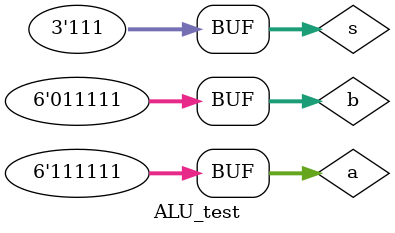
<source format=v>
`timescale 1ns / 1ps


module ALU_test();
    reg [5:0] a,b;
    reg [2:0] s;
    wire [5:0] y;
    wire f;
    ALU LUT (
        .a(a),
        .b(b),
        .s(s),
        .y(y),
        .f(f)
    );
    initial
    begin
        /*0¿ÕÔËËã*/
            s=3'b0000;a=6'b000000; b=6'b000001;#50;
            s=3'b0000;a=6'b000001; b=6'b000001;#50;
        /*1ËãÊõ¼ÓÔËËã*/
            s=3'b0001;a=6'b011111; b=6'b011111;#50;
            s=3'b0001;a=6'b111111; b=6'b111111;#50;
        /*2ËãÊõ¼õÔËËã*/
            s=3'b0010;a=6'b011111; b=6'b011110;#50;
            s=3'b0010;a=6'b011111; b=6'b111111;#50;
        /*3°´Î»Óë*/
            s=3'b0011;a=6'b000000; b=6'b000001;#50;
            s=3'b0011;a=6'b000001; b=6'b000001;#50;
        /*4°´Î»»ò*/
            s=3'b0100;a=6'b000000; b=6'b000001;#50;
            s=3'b0100;a=6'b000000; b=6'b000000;#50;
        /*5°´Î»Òì»ò*/
            s=3'b0101;a=6'b000000; b=6'b000001;#50;
            s=3'b0101;a=6'b000000; b=6'b000000;#50;
        /*6°´Î»»ò·Ç*/
            s=3'b0110;a=6'b000000; b=6'b000001;#50;
            s=3'b0110;a=6'b000000; b=6'b000000;#50;
        /*7a>bÊ±,Êä³ö1£¬·ñÔòÊä³ö0*/
            s=3'b0111;a=6'b011111; b=6'b100111;#50;
            s=3'b0111;a=6'b111111; b=6'b011111;#50;
    end
    
endmodule

</source>
